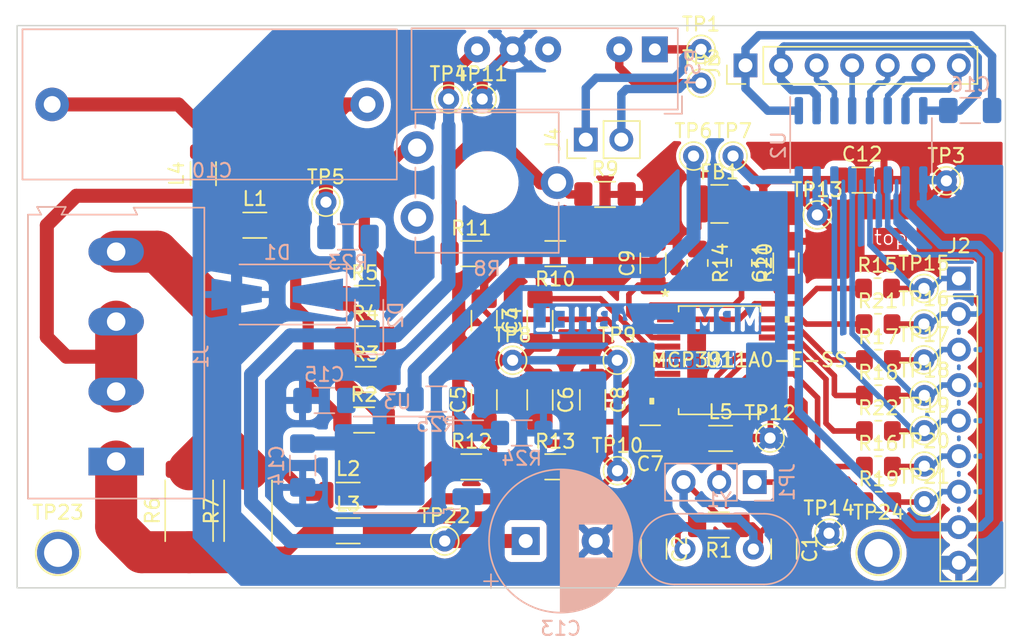
<source format=kicad_pcb>
(kicad_pcb (version 20221018) (generator pcbnew)
  (layers (0 "F.Cu" signal) (31 "B.Cu" signal) (34 "B.Paste" user) (35 "F.Paste" user) (36 "B.SilkS" user "B.Silkscreen") (37 "F.SilkS" user "F.Silkscreen") (38 "B.Mask" user) (39 "F.Mask" user) (44 "Edge.Cuts" user))
  (net 0 "")
  (net 1 "/CH0-")
  (net 2 "GNDA")
  (net 3 "/CH0+")
  (net 4 "/CH1+")
  (net 5 "/CH1-")
  (net 6 "Net-(U1-REFIN+{slash}OUT)")
  (net 7 "/OSC1")
  (net 8 "GNDD")
  (net 9 "/OSC2")
  (net 10 "/3V3A")
  (net 11 "/3V3D")
  (net 12 "Net-(J3-Pin_1)")
  (net 13 "Net-(J3-Pin_7)")
  (net 14 "Net-(C10-Pad1)")
  (net 15 "/x_cap_out")
  (net 16 "/LM317_Vin")
  (net 17 "Net-(D1-K)")
  (net 18 "Net-(FB1-Pad1)")
  (net 19 "+3.3V")
  (net 20 "HIGH_in")
  (net 21 "/~{RESET}_")
  (net 22 "/SDO_")
  (net 23 "/SDI_")
  (net 24 "/SCK_")
  (net 25 "/~{CS}_")
  (net 26 "/~{DR}_")
  (net 27 "/OSC1_ext_")
  (net 28 "Net-(J3-Pin_2)")
  (net 29 "Net-(J3-Pin_3)")
  (net 30 "Net-(J3-Pin_4)")
  (net 31 "Net-(J3-Pin_5)")
  (net 32 "Net-(J3-Pin_6)")
  (net 33 "/5V_ext")
  (net 34 "/OSC1_ext")
  (net 35 "Net-(JP1-C)")
  (net 36 "/current_pos")
  (net 37 "Net-(L1-Pad2)")
  (net 38 "/current_neg")
  (net 39 "Net-(L2-Pad2)")
  (net 40 "Net-(L3-Pad2)")
  (net 41 "/voltage_pos")
  (net 44 "/SCK")
  (net 45 "/~{DR}")
  (net 46 "/SDO")
  (net 47 "/SDI")
  (net 48 "/~{CS}")
  (net 49 "/~{RESET}")
  (net 50 "Net-(U3-ADJ)")
  (net 53 "/GND_ext")
  (net 55 "Net-(R2-Pad2)")
  (net 56 "Net-(R3-Pad2)")
  (net 57 "Net-(R4-Pad2)")
  (net 58 "Net-(R5-Pad2)")
  (footprint "Connector_PinHeader_2.54mm:PinHeader_1x09_P2.54mm_Vertical" (layer "F.Cu") (at 185.674 130.683)
    (fp_text reference "J2")
    (fp_text value "Conn_01x09")
  )
  (footprint "Via:Via_THTPad_D1.5mm_Drill0.8mm" (layer "F.Cu") (at 183.2102 141.5542)
    (fp_text reference "TP19")
    (fp_text value "TestPoint")
  )
  (footprint "Resistor_SMD:R_2512_6332Metric" (layer "F.Cu") (at 130.69 147.2875 90)
    (fp_text reference "R6")
    (fp_text value "50m")
  )
  (footprint "Resistor_SMD:R_1206_3216Metric_Pad1.30x1.75mm_HandSolder" (layer "F.Cu") (at 143.272 135)
    (fp_text reference "R4")
    (fp_text value "180k")
  )
  (footprint "Inductor_SMD:L_1206_3216Metric" (layer "F.Cu") (at 131.699 123.19 90)
    (fp_text reference "L4")
    (fp_text value "150n/300m")
  )
  (footprint "Inductor_SMD:L_1206_3216Metric" (layer "F.Cu") (at 168.656 142.113)
    (fp_text reference "L5")
    (fp_text value "150n/300m")
  )
  (footprint "Inductor_SMD:L_1206_3216Metric" (layer "F.Cu") (at 135.382 126.873)
    (fp_text reference "L1")
    (fp_text value "150n/300m")
  )
  (footprint "Via:Via_THTPad_D1.5mm_Drill0.8mm" (layer "F.Cu") (at 148.95 149.45)
    (fp_text reference "TP22")
    (fp_text value "TestPoint")
  )
  (footprint "Capacitor_SMD:C_1206_3216Metric_Pad1.33x1.80mm_HandSolder" (layer "F.Cu") (at 163.6268 142.0876 180)
    (fp_text reference "C7")
    (fp_text value "100n")
  )
  (footprint "Via:Via_THTPad_D1.5mm_Drill0.8mm" (layer "F.Cu") (at 183.2102 139.0396)
    (fp_text reference "TP18")
    (fp_text value "TestPoint")
  )
  (footprint "Inductor_SMD:L_1206_3216Metric" (layer "F.Cu") (at 142.05 146.177)
    (fp_text reference "L2")
    (fp_text value "150n/300m")
  )
  (footprint "Connector_PinHeader_2.54mm:PinHeader_1x07_P2.54mm_Vertical" (layer "F.Cu") (at 170.434 115.443 90)
    (fp_text reference "J3")
    (fp_text value "Conn_01x07")
  )
  (footprint "Resistor_SMD:R_1206_3216Metric_Pad1.30x1.75mm_HandSolder" (layer "F.Cu") (at 150.85 144.145)
    (fp_text reference "R12")
    (fp_text value "1k")
  )
  (footprint "Capacitor_SMD:C_1206_3216Metric_Pad1.33x1.80mm_HandSolder" (layer "F.Cu") (at 163.83 129.590798 90)
    (fp_text reference "C9")
    (fp_text value "100n")
  )
  (footprint "Capacitor_SMD:C_1206_3216Metric_Pad1.33x1.80mm_HandSolder" (layer "F.Cu") (at 163.884 150.0257 -90)
    (fp_text reference "C2")
    (fp_text value "18p")
  )
  (footprint "Via:Via_THTPad_D1.5mm_Drill0.8mm" (layer "F.Cu") (at 183.2102 144.0942)
    (fp_text reference "TP20")
    (fp_text value "TestPoint")
  )
  (footprint "Connector_PinHeader_2.54mm:PinHeader_1x02_P2.54mm_Vertical" (layer "F.Cu") (at 159.024 120.752 90)
    (fp_text reference "J4")
    (fp_text value "Conn_01x02")
  )
  (footprint "Inductor_SMD:L_1210_3225Metric_Pad1.42x2.65mm_HandSolder" (layer "F.Cu") (at 168.575 125.35)
    (fp_text reference "FB1")
    (fp_text value "FerriteBead")
  )
  (footprint "Capacitor_SMD:C_1206_3216Metric_Pad1.33x1.80mm_HandSolder" (layer "F.Cu") (at 155.7528 139.3575 -90)
    (fp_text reference "C6")
    (fp_text value "100n")
  )
  (footprint "Capacitor_SMD:C_1206_3216Metric_Pad1.33x1.80mm_HandSolder" (layer "F.Cu") (at 178.7652 123.6472)
    (fp_text reference "C12")
    (fp_text value "100n")
  )
  (footprint "Via:Via_THTPad_D1.5mm_Drill0.8mm" (layer "F.Cu") (at 151.625 117.85)
    (fp_text reference "TP11")
    (fp_text value "TestPoint")
  )
  (footprint "Resistor_SMD:R_0805_2012Metric_Pad1.20x1.40mm_HandSolder" (layer "F.Cu") (at 179.866108 131.3942)
    (fp_text reference "R15")
    (fp_text value "10E")
  )
  (footprint "Screwhole:Screwhole_THTPad_D3.0mm_Drill2.0mm" (layer "F.Cu") (at 121.325 150.3)
    (fp_text reference "TP23")
    (fp_text value "TestPoint")
  )
  (footprint "Resistor_SMD:R_0805_2012Metric_Pad1.20x1.40mm_HandSolder" (layer "F.Cu") (at 170.153066 129.5648 -90)
    (fp_text reference "R20")
    (fp_text value "10E")
  )
  (footprint "Resistor_SMD:R_0805_2012Metric_Pad1.20x1.40mm_HandSolder" (layer "F.Cu") (at 179.927446 136.504554)
    (fp_text reference "R17")
    (fp_text value "10E")
  )
  (footprint "Via:Via_THTPad_D1.5mm_Drill0.8mm" (layer "F.Cu") (at 175.5648 126.1364)
    (fp_text reference "TP13")
    (fp_text value "TestPoint")
  )
  (footprint "Via:Via_THTPad_D1.5mm_Drill0.8mm" (layer "F.Cu") (at 169.545 121.925)
    (fp_text reference "TP7")
    (fp_text value "TestPoint")
  )
  (footprint "Inductor_SMD:L_1206_3216Metric" (layer "F.Cu") (at 142.05 148.717)
    (fp_text reference "L3")
    (fp_text value "150n/300m")
  )
  (footprint "Resistor_SMD:R_2512_6332Metric" (layer "F.Cu") (at 134.9 147.2875 90)
    (fp_text reference "R7")
    (fp_text value "10m")
  )
  (footprint "Capacitor_SMD:C_1206_3216Metric_Pad1.33x1.80mm_HandSolder" (layer "F.Cu") (at 155.7528 133.6925 90)
    (fp_text reference "C4")
    (fp_text value "100n")
  )
  (footprint "Resistor_SMD:R_1206_3216Metric_Pad1.30x1.75mm_HandSolder" (layer "F.Cu") (at 143.23 132.1)
    (fp_text reference "R5")
    (fp_text value "180k")
  )
  (footprint "Capacitor_SMD:C_1206_3216Metric_Pad1.33x1.80mm_HandSolder" (layer "F.Cu") (at 173.3296 129.582132 90)
    (fp_text reference "C11")
    (fp_text value "100n")
  )
  (footprint "Resistor_SMD:R_0805_2012Metric_Pad1.20x1.40mm_HandSolder" (layer "F.Cu") (at 179.953446 146.664554)
    (fp_text reference "R19")
    (fp_text value "10E")
  )
  (footprint "Resistor_SMD:R_1206_3216Metric_Pad1.30x1.75mm_HandSolder" (layer "F.Cu") (at 156.845 144.145)
    (fp_text reference "R13")
    (fp_text value "1k")
  )
  (footprint "Resistor_SMD:R_0805_2012Metric_Pad1.20x1.40mm_HandSolder" (layer "F.Cu") (at 167.006533 129.573466 -90)
    (fp_text reference "R14")
    (fp_text value "10E")
  )
  (footprint "Screwhole:Screwhole_THTPad_D3.0mm_Drill2.0mm" (layer "F.Cu") (at 179.95 150.3)
    (fp_text reference "TP24")
    (fp_text value "TestPoint")
  )
  (footprint "Capacitor_SMD:C_1206_3216Metric_Pad1.33x1.80mm_HandSolder" (layer "F.Cu") (at 159.512 139.3575 -90)
    (fp_text reference "C8")
    (fp_text value "100n")
  )
  (footprint "Via:Via_THTPad_D1.5mm_Drill0.8mm" (layer "F.Cu") (at 167.259 114.3)
    (fp_text reference "TP1")
    (fp_text value "TestPoint")
  )
  (footprint "Resistor_SMD:R_1206_3216Metric_Pad1.30x1.75mm_HandSolder" (layer "F.Cu") (at 156.845 128.905 180)
    (fp_text reference "R10")
    (fp_text value "1k")
  )
  (footprint "Via:Via_THTPad_D1.5mm_Drill0.8mm" (layer "F.Cu") (at 149.225 117.85)
    (fp_text reference "TP4")
    (fp_text value "TestPoint")
  )
  (footprint "Resistor_SMD:R_1206_3216Metric_Pad1.30x1.75mm_HandSolder" (layer "F.Cu") (at 150.85 128.905)
    (fp_text reference "R11")
    (fp_text value "1k")
  )
  (footprint "Via:Via_THTPad_D1.5mm_Drill0.8mm" (layer "F.Cu") (at 183.2102 146.6342)
    (fp_text reference "TP21")
    (fp_text value "TestPoint")
  )
  (footprint "Via:Via_THTPad_D1.5mm_Drill0.8mm" (layer "F.Cu") (at 183.1848 133.9342)
    (fp_text reference "TP16")
    (fp_text value "TestPoint")
  )
  (footprint "Resistor_SMD:R_1206_3216Metric_Pad1.30x1.75mm_HandSolder" (layer "F.Cu") (at 143.314 137.9)
    (fp_text reference "R3")
    (fp_text value "150k")
  )
  (footprint "Resistor_SMD:R_0805_2012Metric_Pad1.20x1.40mm_HandSolder" (layer "F.Cu") (at 179.927446 144.124554)
    (fp_text reference "R16")
    (fp_text value "10E")
  )
  (footprint "Resistor_SMD:R_1206_3216Metric_Pad1.30x1.75mm_HandSolder" (layer "F.Cu") (at 143.188 140.8)
    (fp_text reference "R2")
    (fp_text value "150k")
  )
  (footprint "Via:Via_THTPad_D1.5mm_Drill0.8mm" (layer "F.Cu") (at 176.403 148.8948)
    (fp_text reference "TP14")
    (fp_text value "TestPoint")
  )
  (footprint "Via:Via_THTPad_D1.5mm_Drill0.8mm" (layer "F.Cu") (at 183.1848 131.3942)
    (fp_text reference "TP15")
    (fp_text value "TestPoint")
  )
  (footprint "Via:Via_THTPad_D1.5mm_Drill0.8mm" (layer "F.Cu") (at 183.1848 136.4996)
    (fp_text reference "TP17")
    (fp_text value "TestPoint")
  )
  (footprint "Via:Via_THTPad_D1.5mm_Drill0.8mm" (layer "F.Cu") (at 172.1866 142.0876)
    (fp_text reference "TP12")
    (fp_text value "TestPoint")
  )
  (footprint "Resistor_SMD:R_0805_2012Metric_Pad1.20x1.40mm_HandSolder" (layer "F.Cu") (at 179.927446 141.584554)
    (fp_text reference "R22")
    (fp_text value "10E")
  )
  (footprint "Via:Via_THTPad_D1.5mm_Drill0.8mm" (layer "F.Cu") (at 140.462 125.222)
    (fp_text reference "TP5")
    (fp_text value "TestPoint")
  )
  (footprint "Resistor_SMD:R_0805_2012Metric_Pad1.20x1.40mm_HandSolder" (layer "F.Cu") (at 179.902046 133.939154)
    (fp_text reference "R21")
    (fp_text value "10E")
  )
  (footprint "Via:Via_THTPad_D1.5mm_Drill0.8mm" (layer "F.Cu") (at 161.275 136.525)
    (fp_text reference "TP9")
    (fp_text value "TestPoint")
  )
  (footprint "Resistor_SMD:R_0805_2012Metric_Pad1.20x1.40mm_HandSolder" (layer "F.Cu") (at 179.927446 139.044554)
    (fp_text reference "R18")
    (fp_text value "10E")
  )
  (footprint "Resistor_SMD:R_1206_3216Metric_Pad1.30x1.75mm_HandSolder" (layer "F.Cu") (at 168.5284 148.2985 180)
    (fp_text reference "R1")
    (fp_text value "1.2M")
  )
  (footprint "Via:Via_THTPad_D1.5mm_Drill0.8mm" (layer "F.Cu") (at 161.29 144.4244)
    (fp_text reference "TP10")
    (fp_text value "TestPoint")
  )
  (footprint "Via:Via_THTPad_D1.5mm_Drill0.8mm" (layer "F.Cu") (at 166.725 121.925)
    (fp_text reference "TP6")
    (fp_text value "TestPoint")
  )
  (footprint "MCP3911A0-E-SS:MCP3911A0-E&slash_SS" (layer "F.Cu") (at 168.5798 136.525)
    (fp_text reference "U1")
    (fp_text value "MCP3911A0-E-SS")
  )
  (footprint "Via:Via_THTPad_D1.5mm_Drill0.8mm" (layer "F.Cu") (at 167.259 116.713)
    (fp_text reference "TP2")
    (fp_text value "TestPoint")
  )
  (footprint "Via:Via_THTPad_D1.5mm_Drill0.8mm" (layer "F.Cu") (at 153.797 136.525)
    (fp_text reference "TP8")
    (fp_text value "TestPoint")
  )
  (footprint "Resistor_SMD:R_1206_3216Metric_Pad1.30x1.75mm_HandSolder" (layer "F.Cu") (at 160.4004 124.6708)
    (fp_text reference "R9")
    (fp_text value "1k")
  )
  (footprint "Capacitor_SMD:C_1206_3216Metric_Pad1.33x1.80mm_HandSolder" (layer "F.Cu") (at 151.765 139.3575 90)
    (fp_text reference "C5")
    (fp_text value "100n")
  )
  (footprint "Via:Via_THTPad_D1.5mm_Drill0.8mm" (layer "F.Cu") (at 184.785 123.698)
    (fp_text reference "TP3")
    (fp_text value "TestPoint")
  )
  (footprint "Capacitor_SMD:C_1206_3216Metric_Pad1.33x1.80mm_HandSolder" (layer "F.Cu") (at 151.765 133.6925 -90)
    (fp_text reference "C3")
    (fp_text value "100n")
  )
  (footprint "Capacitor_SMD:C_1206_3216Metric_Pad1.33x1.80mm_HandSolder" (layer "F.Cu") (at 173.1804 150.0257 -90)
    (fp_text reference "C1")
    (fp_text value "18p")
  )
  (footprint "Diode_SMD:D_MicroMELF_Handsoldering" (layer "B.Cu") (at 143.55 133.3 90)
    (fp_text reference "D2")
    (fp_text value "MRA4005T3G")
  )
  (footprint "Potentiometer_THT:Potentiometer_ACP_CA9-V10_Vertical_Hole" (layer "B.Cu") (at 146.972 121.3246)
    (fp_text reference "R8")
    (fp_text value "10k")
  )
  (footprint "TerminalBlock:TerminalBlock_Altech_AK300-4_P5.00mm" (layer "B.Cu") (at 125.476 143.764 90)
    (fp_text reference "J1")
    (fp_text value "Screw_Terminal_01x04")
  )
  (footprint "Converter_DCDC:Converter_DCDC_XP_POWER-IAxxxxS_THT" (layer "B.Cu") (at 163.957 114.3 90)
    (fp_text reference "PS1")
    (fp_text value "IA0505S")
  )
  (footprint "Resistor_SMD:R_1206_3216Metric_Pad1.30x1.75mm_HandSolder" (layer "B.Cu") (at 154.45 141.725)
    (fp_text reference "R24")
    (fp_text value "1k5")
  )
  (footprint "Resistor_SMD:R_1206_3216Metric_Pad1.30x1.75mm_HandSolder" (layer "B.Cu") (at 148.35 139.3)
    (fp_text reference "R25")
    (fp_text value "910")
  )
  (footprint "Capacitor_THT:CP_Radial_D10.0mm_P5.00mm" (layer "B.Cu") (at 154.732323 149.45)
    (fp_text reference "C13")
    (fp_text value "470u")
  )
  (footprint "Connector_PinHeader_2.54mm:PinHeader_1x03_P2.54mm_Vertical" (layer "B.Cu") (at 171.0944 145.2372 90)
    (fp_text reference "JP1")
    (fp_text value "Jumper_3_Open")
  )
  (footprint "Capacitor_THT:C_Rect_L26.5mm_W10.5mm_P22.50mm_MKS4" (layer "B.Cu") (at 120.904 118.237)
    (fp_text reference "C10")
    (fp_text value "820n/530")
  )
  (footprint "Resistor_SMD:R_1206_3216Metric_Pad1.30x1.75mm_HandSolder" (layer "B.Cu") (at 142.0368 127.7112)
    (fp_text reference "R23")
    (fp_text value "100E")
  )
  (footprint "Capacitor_SMD:C_1206_3216Metric_Pad1.33x1.80mm_HandSolder" (layer "B.Cu") (at 186.4868 118.6688 180)
    (fp_text reference "C16")
    (fp_text value "100n")
  )
  (footprint "Capacitor_SMD:C_1206_3216Metric_Pad1.33x1.80mm_HandSolder" (layer "B.Cu") (at 138.8 144.05 -90)
    (fp_text reference "C14")
    (fp_text value "100n")
  )
  (footprint "Capacitor_SMD:C_1206_3216Metric_Pad1.33x1.80mm_HandSolder" (layer "B.Cu") (at 140.35 139.4 180)
    (fp_text reference "C15")
    (fp_text value "10u")
  )
  (footprint "Package_TO_SOT_SMD:TO-252-2" (layer "B.Cu") (at 145.56 144 180)
    (fp_text reference "U3")
    (fp_text value "LM317_TO-252")
  )
  (footprint "Diode_SMD:D_SMA-SMB_Universal_Handsoldering" (layer "B.Cu") (at 136.9818 131.826 180)
    (fp_text reference "D1")
    (fp_text value "BZG03C15G")
  )
  (footprint "Crystal:Crystal_HC49-4H_Vertical" (layer "B.Cu") (at 170.996 150.0257 180)
    (fp_text reference "Y1")
    (fp_text value "10M")
  )
  (footprint "Package_SO:SOIC-16_3.9x9.9mm_P1.27mm" (layer "B.Cu") (at 178.689 121.158 -90)
    (fp_text reference "U2")
    (fp_text value "Si8641BA-B-IU")
  )
  (gr_rect (start 118.4 112.6) (end 189 152.8) (stroke (width 0.1)) (fill none) (layer "Edge.Cuts"))
  (gr_text "top" (at 180.8 128.35) (layer "F.Cu" knockout) (effects (font (size 1 1) (thickness 0.1)) (justify bottom)))
  (gr_text "MPM - 4BHEL" (at 163.5252 134.5438) (layer "B.Cu" knockout) (effects (font (size 1.5 1.5) (thickness 0.3) bold) (justify bottom mirror)))
  (gr_text "bottom" (at 167.2082 137.1346) (layer "B.Cu" knockout) (effects (font (size 1 1) (thickness 0.1)) (justify bottom mirror)))
  (segment (start 164.9476 136.199999) (end 163.123999 136.199999) (width 0.4) (layer "F.Cu") (net 1))
  (segment (start 152.4 128.905) (end 152.4 130.302) (width 0.6) (layer "F.Cu") (net 1))
  (segment (start 151.765 130.937) (end 151.765 132.13) (width 0.6) (layer "F.Cu") (net 1))
  (segment (start 152.4 130.302) (end 151.765 130.937) (width 0.6) (layer "F.Cu") (net 1))
  (segment (start 152.4 133.604) (end 151.765 132.969) (width 0.4) (layer "F.Cu") (net 1))
  (segment (start 160.528 133.604) (end 152.4 133.604) (width 0.4) (layer "F.Cu") (net 1))
  (segment (start 163.123999 136.199999) (end 160.528 133.604) (width 0.4) (layer "F.Cu") (net 1))
  (segment (start 151.765 132.969) (end 151.765 132.13) (width 0.4) (layer "F.Cu") (net 1))
  (segment (start 158.3696 128.8796) (end 158.395 128.905) (width 0.6) (layer "F.Cu") (net 2))
  (segment (start 161.9504 125.73) (end 161.9504 124.6708) (width 0.6) (layer "F.Cu") (net 2))
  (segment (start 164.9476 139.449998) (end 166.112002 139.449998) (width 0.4) (layer "F.Cu") (net 2))
  (segment (start 150.876 127.762) (end 151.5872 127.0508) (width 0.6) (layer "F.Cu") (net 2))
  (segment (start 158.3696 126.466) (end 161.2144 126.466) (width 0.6) (layer "F.Cu") (net 2))
  (segment (start 164.9476 139.449998) (end 164.9476 140.3604) (width 0.4) (layer "F.Cu") (net 2))
  (segment (start 150.876 130.048) (end 150.876 127.762) (width 0.6) (layer "F.Cu") (net 2))
  (segment (start 165.2016 140.6144) (end 165.1893 140.6267) (width 0.4) (layer "F.Cu") (net 2))
  (segment (start 159.512 137.795) (end 160.274 137.795) (width 0.6) (layer "F.Cu") (net 2))
  (segment (start 155.575 137.795) (end 154.305 136.525) (width 0.6) (layer "F.Cu") (net 2))
  (segment (start 166.112002 139.449998) (end 166.37 139.192) (width 0.4) (layer "F.Cu") (net 2))
  (segment (start 166.37 139.192) (end 166.37 138.43) (width 0.4) (layer "F.Cu") (net 2))
  (segment (start 150.114 134.874) (end 150.114 130.81) (width 0.6) (layer "F.Cu") (net 2))
  (segment (start 155.7528 135.255) (end 155.575 135.255) (width 0.6) (layer "F.Cu") (net 2))
  (segment (start 165.1893 140.6267) (end 165.1893 142.0876) (width 0.4) (layer "F.Cu") (net 2))
  (segment (start 157.7848 127.0508) (end 158.395 127.661) (width 0.6) (layer "F.Cu") (net 2))
  (segment (start 161.785702 128.028298) (end 163.83 128.028298) (width 0.6) (layer "F.Cu") (net 2))
  (segment (start 158.3696 126.466) (end 157.7848 127.0508) (width 0.6) (layer "F.Cu") (net 2))
  (segment (start 150.495 135.255) (end 150.114 134.874) (width 0.6) (layer "F.Cu") (net 2))
  (segment (start 164.9476 140.3604) (end 165.2016 140.6144) (width 0.4) (layer "F.Cu") (net 2))
  (segment (start 166.37 138.43) (end 166.089998 138.149998) (width 0.4) (layer "F.Cu") (net 2))
  (segment (start 151.765 135.255) (end 150.495 135.255) (width 0.6) (layer "F.Cu") (net 2))
  (segment (start 161.2144 126.466) (end 161.9504 125.73) (width 0.6) (layer "F.Cu") (net 2))
  (segment (start 166.089998 138.149998) (end 164.9476 138.149998) (width 0.4) (layer "F.Cu") (net 2))
  (segment (start 158.395 128.905) (end 160.909 128.905) (width 0.6) (layer "F.Cu") (net 2))
  (segment (start 160.274 137.795) (end 161.544 136.525) (width 0.6) (layer "F.Cu") (net 2))
  (segment (start 151.765 135.255) (end 153.035 136.525) (width 0.6) (layer "F.Cu") (net 2))
  (segment (start 160.909 128.905) (end 161.785702 128.028298) (width 0.6) (layer "F.Cu") (net 2))
  (segment (start 155.7528 137.795) (end 155.575 137.795) (width 0.6) (layer "F.Cu") (net 2))
  (segment (start 155.7528 137.795) (end 159.512 137.795) (width 0.6) (layer "F.Cu") (net 2))
  (segment (start 151.765 137.795) (end 153.035 136.525) (width 0.6) (layer "F.Cu") (net 2))
  (segment (start 150.114 130.81) (end 150.876 130.048) (width 0.6) (layer "F.Cu") (net 2))
  (segment (start 151.5872 127.0508) (end 157.7848 127.0508) (width 0.6) (layer "F.Cu") (net 2))
  (segment (start 154.305 136.525) (end 153.797 136.525) (width 0.6) (layer "F.Cu") (net 2))
  (segment (start 164.9476 141.8459) (end 165.1893 142.0876) (width 0.25) (layer "F.Cu") (net 2))
  (segment (start 153.797 136.525) (end 153.035 136.525) (width 0.6) (layer "F.Cu") (net 2))
  (segment (start 158.395 127.661) (end 158.395 128.905) (width 0.6) (layer "F.Cu") (net 2))
  (segment (start 155.575 135.255) (end 154.305 136.525) (width 0.6) (layer "F.Cu") (net 2))
  (segment (start 161.29 136.5504) (end 161.29 144.4244) (width 0.6) (layer "B.Cu") (net 2))
  (segment (start 161.2646 136.525) (end 161.29 136.5504) (width 0.6) (layer "B.Cu") (net 2))
  (segment (start 153.797 136.525) (end 161.2646 136.525) (width 0.6) (layer "B.Cu") (net 2))
  (segment (start 155.295 130.149) (end 155.7528 130.6068) (width 0.6) (layer "F.Cu") (net 3))
  (segment (start 160.07 132.13) (end 155.7528 132.13) (width 0.4) (layer "F.Cu") (net 3))
  (segment (start 163.490001 135.550001) (end 160.07 132.13) (width 0.4) (layer "F.Cu") (net 3))
  (segment (start 164.9476 135.550001) (end 163.490001 135.550001) (width 0.4) (layer "F.Cu") (net 3))
  (segment (start 155.7528 130.6068) (end 155.7528 132.13) (width 0.6) (layer "F.Cu") (net 3))
  (segment (start 155.295 128.905) (end 155.295 130.149) (width 0.6) (layer "F.Cu") (net 3))
  (segment (start 152.492 139.1) (end 151.765 139.827) (width 0.4) (layer "F.Cu") (net 4))
  (segment (start 164.9476 136.849998) (end 163.124002 136.849998) (width 0.4) (layer "F.Cu") (net 4))
  (segment (start 163.124002 136.849998) (end 160.874 139.1) (width 0.4) (layer "F.Cu") (net 4))
  (segment (start 160.874 139.1) (end 152.492 139.1) (width 0.4) (layer "F.Cu") (net 4))
  (segment (start 152.4 142.748) (end 151.765 142.113) (width 0.6) (layer "F.Cu") (net 4))
  (segment (start 151.765 139.827) (end 151.765 140.92) (width 0.4) (layer "F.Cu") (net 4))
  (segment (start 152.4 144.145) (end 152.4 142.748) (width 0.6) (layer "F.Cu") (net 4))
  (segment (start 151.765 142.113) (end 151.765 140.92) (width 0.6) (layer "F.Cu") (net 4))
  (segment (start 158.395 143.155) (end 157.734 142.494) (width 0.6) (layer "F.Cu") (net 5))
  (segment (start 155.7528 140.1572) (end 155.7528 140.92) (width 0.4) (layer "F.Cu") (net 5))
  (segment (start 156.21 139.7) (end 155.7528 140.1572) (width 0.4) (layer "F.Cu") (net 5))
  (segment (start 163.490001 137.499999) (end 161.29 139.7) (width 0.4) (layer "F.Cu") (net 5))
  (segment (start 164.9476 137.499999) (end 163.490001 137.499999) (width 0.4) (layer "F.Cu") (net 5))
  (segment (start 155.7528 142.0368) (end 155.7528 140.92) (width 0.6) (layer "F.Cu") (net 5))
  (segment (start 156.21 142.494) (end 155.7528 142.0368) (width 0.6) (layer "F.Cu") (net 5))
  (segment (start 157.734 142.494) (end 156.21 142.494) (width 0.6) (layer "F.Cu") (net 5))
  (segment (start 161.29 139.7) (end 156.21 139.7) (width 0.4) (layer "F.Cu") (net 5))
  (segment (start 158.395 144.145) (end 158.395 143.155) (width 0.6) (layer "F.Cu") (net 5))
  (segment (start 161.8488 141.6828) (end 161.086 140.92) (width 0.4) (layer "F.Cu") (net 6))
  (segment (start 164.9476 138.799999) (end 163.206001 138.799999) (width 0.4) (layer "F.Cu") (net 6))
  (segment (start 161.086 140.92) (end 159.512 140.92) (width 0.4) (layer "F.Cu") (net 6))
  (segment (start 163.206001 138.799999) (end 161.086 140.92) (width 0.4) (layer "F.Cu") (net 6))
  (segment (start 170.0784 148.2985) (end 169.1907 148.2985) (width 0.4) (layer "F.Cu") (net 7))
  (segment (start 166.3834 145.4912) (end 166.0144 145.4912) (width 0.4) (layer "F.Cu") (net 7))
  (segment (start 169.1907 148.2985) (end 166.3834 145.4912) (width 0.4) (layer "F.Cu") (net 7))
  (segment (start 170.0907 148.2862) (end 170.0784 148.2985) (width 0.4) (layer "F.Cu") (net 7))
  (segment (start 170.996 150.0257) (end 170.99765 150.0257) (width 0.4) (layer "F.Cu") (net 7))
  (segment (start 170.94805 148.3106) (end 170.12315 148.3106) (width 0.4) (layer "F.Cu") (net 7))
  (segment (start 171.49355 148.8561) (end 170.94805 148.3106) (width 0.4) (layer "F.Cu") (net 7))
  (segment (start 171.87435 148.4753) (end 173.21755 148.4753) (width 0.4) (layer "F.Cu") (net 7))
  (segment (start 171.49355 148.8561) (end 171.87435 148.4753) (width 0.4) (layer "F.Cu") (net 7))
  (segment (start 171.49355 149.5298) (end 171.49355 148.8561) (width 0.4) (layer "F.Cu") (net 7))
  (segment (start 170.99765 150.0257) (end 171.49355 149.5298) (width 0.4) (layer "F.Cu") (net 7))
  (segment (start 166.0144 145.2372) (end 166.0144 146.8374) (width 0.6) (layer "B.Cu") (net 7))
  (segment (start 169.926 147.828) (end 170.996 148.898) (width 0.6) (layer "B.Cu") (net 7))
  (segment (start 167.005 147.828) (end 169.926 147.828) (width 0.6) (layer "B.Cu") (net 7))
  (segment (start 166.0144 146.8374) (end 167.005 147.828) (width 0.6) (layer "B.Cu") (net 7))
  (segment (start 170.996 148.898) (end 170.996 150.0257) (width 0.6) (layer "B.Cu") (net 7))
  (segment (start 172.1104 142.0876) (end 170.2564 142.0876) (width 0.6) (layer "F.Cu") (net 8))
  (segment (start 183.388 126.111) (end 184.8612 124.6378) (width 0.6) (layer "F.Cu") (net 8))
  (segment (start 151.625 117.85) (end 151.625 116.472) (width 0.8) (layer "F.Cu") (net 8))
  (segment (start 163.884 151.5882) (end 173.1804 151.5882) (width 0.4) (layer "F.Cu") (net 8))
  (segment (start 170.6332 139.45) (end 170.231 139.8522) (width 0.4) (layer "F.Cu") (net 8))
  (segment (start 184.8612 124.6378) (end 184.8612 123.6472) (width 0.6) (layer "F.Cu") (net 8))
  (segment (start 184.8612 123.6472) (end 180.3277 123.6472) (width 0.6) (layer "F.Cu") (net 8))
  (segment (start 151.625 116.472) (end 153.797 114.3) (width 0.8) (layer "F.Cu") (net 8))
  (segment (start 172.212 141.986) (end 172.1104 142.0876) (width 0.4) (layer "F.Cu") (net 8))
  (segment (start 172.212 139.45) (end 172.212 141.986) (width 0.4) (layer "F.Cu") (net 8))
  (segment (start 172.212 139.45) (end 170.6332 139.45) (width 0.4) (layer "F.Cu") (net 8))
  (segment (start 175.514 126.111) (end 183.388 126.111) (width 0.6) (layer "F.Cu") (net 8))
  (segment (start 170.231 139.8522) (end 170.231 142.113) (width 0.4) (layer "F.Cu") (net 8))
  (segment (start 170.2564 142.0876) (end 170.231 142.113) (width 0.6) (layer "F.Cu") (net 8))
  (segment (start 147.747057 114.681) (end 140.335 114.681) (width 0.8) (layer "B.Cu") (net 8))
  (segment (start 174.8828 150.3172) (end 176.4 148.8) (width 1) (layer "B.Cu") (net 8))
  (segment (start 138.8 145.6125) (end 137.3375 145.6125) (width 0.4) (layer "B.Cu") (net 8))
  (segment (start 133.9088 131.999) (end 134.0818 131.826) (width 1) (layer "B.Cu") (net 8))
  (segment (start 175.514 123.633) (end 175.514 126.111) (width 0.6) (layer "B.Cu") (net 8))
  (segment (start 136.95 139.4) (end 136.6 139.75) (width 0.4) (layer "B.Cu") (net 8))
  (segment (start 136.6 144.875) (end 136.6 139.75) (width 0.4) (layer "B.Cu") (net 8))
  (segment (start 134.0818 120.9342) (end 134.0818 131.826) (width 0.8) (layer "B.Cu") (net 8))
  (segment (start 184.277 151.003) (end 185.674 151.003) (width 1) (layer "B.Cu") (net 8))
  (segment (start 174.3964 150.3172) (end 174.3964 150.3934) (width 1) (layer "B.Cu") (net 8))
  (segment (start 183.642 151.638) (end 184.277 151.003) (width 1) (layer "B.Cu") (net 8))
  (segment (start 137.3375 145.6125) (end 136.6 144.875) (width 0.4) (layer "B.Cu") (net 8))
  (segment (start 173.0248 142.0876) (end 172.1104 142.0876) (width 0.6) (layer "B.Cu") (net 8))
  (segment (start 174.3964 143.4592) (end 173.0248 142.0876) (width 0.6) (layer "B.Cu") (net 8))
  (segment (start 133.7572 132.1506) (end 134.0818 131.826) (width 1) (layer "B.Cu") (net 8))
  (segment (start 136.792 151.892) (end 133.9088 149.0088) (width 1) (layer "B.Cu") (net 8))
  (segment (start 174.3964 146.7964) (end 174.3964 143.4592) (width 0.6) (layer "B.Cu") (net 8))
  (segment (start 138.7875 139.4) (end 136.95 139.4) (width 0.4) (layer "B.Cu") (net 8))
  (segment (start 184.8612 123.6472) (end 183.1482 123.6472) (width 0.6) (layer "B.Cu") (net 8))
  (segment (start 140.335 114.681) (end 134.0818 120.9342) (width 0.8) (layer "B.Cu") (net 8))
  (segment (start 174.3964 150.3934) (end 175.641 151.638) (width 1) (layer "B.Cu") (net 8))
  (segment (start 133.9088 149.0088) (end 133.9088 131.999) (width 1) (layer "B.Cu") (net 8))
  (segment (start 183.1482 123.6472) (end 183.134 123.633) (width 0.6) (layer "B.Cu") (net 8))
  (segment (start 176.4 148.8) (end 174.3964 146.7964) (width 0.6) (layer "B.Cu") (net 8))
  (segment (start 174.3964 150.3172) (end 172.8216 151.892) (width 1) (layer "B.Cu") (net 8))
  (segment (start 172.8216 151.892) (end 136.792 151.892) (width 1) (layer "B.Cu") (net 8))
  (segment (start 174.3964 150.3172) (end 174.8828 150.3172) (width 1) (layer "B.Cu") (net 8))
  (segment (start 168.402 137.668) (end 169.869998 136.200002) (width 0.4) (layer "F.Cu") (net 9))
  (segment (start 165.608 148.844) (end 165.2272 148.4632) (width 0.4) (layer "F.Cu") (net 9))
  (segment (start 169.869998 136.200002) (end 172.212 136.200002) (width 0.4) (layer "F.Cu") (net 9))
  (segment (start 163.884 148.4632) (end 163.884 144.218) (width 0.4) (layer "F.Cu") (net 9))
  (segment (start 165.608 149.5177) (end 165.608 148.844) (width 0.4) (layer "F.Cu") (net 9))
  (segment (start 166.1535 148.2985) (end 166.9784 148.2985) (width 0.4) (layer "F.Cu") (net 9))
  (segment (start 164.5412 143.5608) (end 167.8432 143.5608) (width 0.4) (layer "F.Cu") (net 9))
  (segment (start 166.116 150.0257) (end 165.608 149.5177) (width 0.4) (layer "F.Cu") (net 9))
  (segment (start 163.884 144.218) (end 164.5412 143.5608) (width 0.4) (layer "F.Cu") (net 9))
  (segment (start 165.2272 148.4632) (end 163.884 148.4632) (width 0.4) (layer "F.Cu") (net 9))
  (segment (start 165.608 148.844) (end 166.1535 148.2985) (width 0.4) (layer "F.Cu") (net 9))
  (segment (start 168.402 143.002) (end 168.402 137.668) (width 0.4) (layer "F.Cu") (net 9))
  (segment (start 167.8432 143.5608) (end 168.402 143.002) (width 0.4) (layer "F.Cu") (net 9))
  (segment (start 162.1028 131.826) (end 162.7755 131.1533) (width 0.4) (layer "F.Cu") (net 10))
  (segment (start 163.83 131.153298) (end 166.976701 131.153298) (width 0.4) (layer "F.Cu") (net 10))
  (segment (start 164.9476 134.899999) (end 163.756198 134.899999) (width 0.4) (layer "F.Cu") (net 10))
  (segment (start 163.756198 134.899999) (end 162.1028 133.246601) (width 0.4) (layer "F.Cu") (net 10))
  (segment (start 162.1028 133.246601) (end 162.1028 131.826) (width 0.4) (layer "F.Cu") (net 10))
  (segment (start 163.829998 131.1533) (end 163.83 131.153298) (width 0.4) (layer "F.Cu") (net 10))
  (segment (start 162.7755 131.1533) (end 163.829998 131.1533) (width 0.4) (layer "F.Cu") (net 10))
  (segment (start 166.976701 131.153298) (end 167.006533 131.123466) (width 0.4) (layer "F.Cu") (net 10))
  (segment (start 170.153066 130.074934) (end 170.178592 130.074934) (width 0.6) (layer "F.Cu") (net 11))
  (segment (start 171.704 128.905) (end 171.704 124.084) (width 0.6) (layer "F.Cu") (net 11))
  (segment (start 173.3296 131.144632) (end 170.182898 131.144632) (width 0.4) (layer "F.Cu") (net 11))
  (segment (start 169.6212 132.588) (end 170.153066 132.056134) (width 0.4) (layer "F.Cu") (net 11))
  (segment (start 164.9476 134.250001) (end 163.954728 134.250001) (width 0.4) (layer "F.Cu") (net 11))
  (segment (start 163.6776 132.588) (end 169.6212 132.588) (width 0.4) (layer "F.Cu") (net 11))
  (segment (start 170.182898 131.144632) (end 170.153066 131.1148) (width 0.4) (layer "F.Cu") (net 11))
  (segment (start 172.1408 123.6472) (end 171.704 124.084) (width 0.6) (layer "F.Cu") (net 11))
  (segment (start 170.840526 129.413) (end 171.196 129.413) (width 0.6) (layer "F.Cu") (net 11))
  (segment (start 163.2712 133.566473) (end 163.2712 132.9944) (width 0.4) (layer "F.Cu") (net 11))
  (segment (start 171.704 124.084) (end 169.545 121.925) (width 0.6) (layer "F.Cu") (net 11))
  (segment (start 163.954728 134.250001) (end 163.2712 133.566473) (width 0.4) (layer "F.Cu") (net 11))
  (segment (start 177.2027 123.6472) (end 172.1408 123.6472) (width 0.6) (layer "F.Cu") (net 11))
  (segment (start 170.153066 131.1148) (end 170.153066 130.074934) (width 0.6) (layer "F.Cu") (net 11))
  (segment (start 171.196 129.413) (end 171.704 128.905) (width 0.6) (layer "F.Cu") (net 11))
  (segment (start 170.178592 130.074934) (end 170.840526 129.413) (width 0.6) (layer "F.Cu") (net 11))
  (segment (start 163.2712 132.9944) (end 163.6776 132.588) (width 0.4) (layer "F.Cu") (net 11))
  (segment (start 170.153066 132.056134) (end 170.153066 131.1148) (width 0.4) (layer "F.Cu") (net 11))
  (segment (start 170.9278 123.633) (end 174.244 123.633) (width 0.6) (layer "B.Cu") (net 11))
  (segment (start 182.499 148.463) (end 174.244 140.208) (width 0.6) (layer "B.Cu") (net 11))
  (segment (start 187.8472 147.8392) (end 187.2234 148.463) (width 0.6) (layer "B.Cu") (net 11))
  (segment (start 169.5704 121.4628) (end 169.5704 122.2756) (width 0.6) (layer "B.Cu") (net 11))
  (segment (start 181.864 125.7808) (end 184.3644 128.2812) (width 0.6) (layer "B.Cu") (net 11))
  (segment (start 169.5704 122.2756) (end 170.9278 123.633) (width 0.6) (layer "B.Cu") (net 11))
  (segment (start 174.244 140.208) (end 174.244 123.633) (width 0.6) (layer "B.Cu") (net 11))
  (segment (start 187.2234 148.463) (end 185.674 148.463) (width 0.6) (layer "B.Cu") (net 11))
  (segment (start 181.864 123.633) (end 181.864 125.7808) (width 0.6) (layer "B.Cu") (net 11))
  (segment (start 187.8472 128.996051) (end 187.8472 147.8392) (width 0.6) (layer "B.Cu") (net 11))
  (segment (start 185.674 148.463) (end 182.499 148.463) (width 0.6) (layer "B.Cu") (net 11))
  (segment (start 187.13235 128.2812) (end 187.8472 128.996051) (width 0.6) (layer "B.Cu") (net 11))
  (segment (start 184.3644 128.2812) (end 187.13235 128.2812) (width 0.6) (layer "B.Cu") (net 11))
  (segment (start 188.0493 118.6688) (end 188.0493 114.777741) (width 0.6) (layer "B.Cu") (net 12))
  (segment (start 172.023 118.683) (end 170.434 117.094) (width 0.6) (layer "B.Cu") (net 12))
  (segment (start 170.434 114.2492) (end 170.434 115.443) (width 0.6) (layer "B.Cu") (net 12))
  (segment (start 170.434 117.094) (end 170.434 115.443) (width 0.6) (layer "B.Cu") (net 12))
  (segment (start 174.244 118.683) (end 172.023 118.683) (width 0.6) (layer "B.Cu") (net 12))
  (segment (start 188.0493 114.777741) (end 186.56456 113.293) (width 0.6) (layer "B.Cu") (net 12))
  (segment (start 186.56456 113.293) (end 171.3902 113.293) (width 0.6) (layer "B.Cu") (net 12))
  (segment (start 171.3902 113.293) (end 170.434 114.2492) (width 0.6) (layer "B.Cu") (net 12))
  (segment (start 181.864 118.683) (end 181.864 117.6528) (width 0.4) (layer "B.Cu") (net 13))
  (segment (start 182.3088 117.208) (end 184.9504 117.208) (width 0.4) (layer "B.Cu") (net 13))
  (segment (start 184.9504 117.208) (end 185.674 116.4844) (width 0.4) (layer "B.Cu") (net 13))
  (segment (start 185.674 116.4844) (end 185.674 115.443) (width 0.4) (layer "B.Cu") (net 13))
  (segment (start 181.864 117.6528) (end 182.3088 117.208) (width 0.4) (layer "B.Cu") (net 13))
  (segment (start 131.699 121.615) (end 131.699 120.015) (width 1) (layer "F.Cu") (net 14))
  (segment (start 131.699 120.015) (end 129.921 118.237) (width 1) (layer "F.Cu") (net 14))
  (segment (start 129.921 118.237) (end 120.904 118.237) (width 1) (layer "F.Cu") (net 14))
  (segment (start 140.462 125.222) (end 140.462 119.6848) (width 1) (layer "F.Cu") (net 15))
  (segment (start 141.9098 118.237) (end 140.462 119.6848) (width 1) (layer "F.Cu") (net 15))
  (segment (start 141.9098 118.237) (end 143.404 118.237) (width 1) (layer "F.Cu") (net 15))
  (segment (start 143.838 118.237) (end 141.9098 118.237) (width 1) (layer "F.Cu") (net 15))
  (segment (start 140.462 125.222) (end 140.462 127.6864) (width 1) (layer "B.Cu") (net 15))
  (segment (start 140.462 127.6864) (end 140.4868 127.7112) (width 1) (layer "B.Cu") (net 15))
  (segment (start 148.95 149.45) (end 154.732323 149.45) (width 1) (layer "F.Cu") (net 16))
  (segment (start 149.225 116.332) (end 151.257 114.3) (width 0.8) (layer "F.Cu") (net 16))
  (segment (start 149.225 117.85) (end 149.225 116.332) (width 0.8) (layer "F.Cu") (net 16))
  (segment (start 149.222 131.028) (end 145.5 134.75) (width 1) (layer "B.Cu") (net 16))
  (segment (start 137.9 134.75) (end 135.1088 137.5412) (width 1) (layer "B.Cu") (net 16))
  (segment (start 135.1088 137.5412) (end 135.1088 146.6838) (width 1) (layer "B.Cu") (net 16))
  (segment (start 145.5 134.75) (end 143.55 134.75) (width 1) (layer "B.Cu") (net 16))
  (segment (start 149.222 119.772) (end 149.225 119.769) (width 0.8) (layer "B.Cu") (net 16))
  (segment (start 143.55 134.75) (end 137.9 134.75) (width 1) (layer "B.Cu") (net 16))
  (segment (start 150.6 147.825) (end 150.6 146.28) (width 1) (layer "B.Cu") (net 16))
  (segment (start 149.222 119.772) (end 149.222 131.028) (width 1) (layer "B.Cu") (net 16))
  (segment (start 135.1088 146.6838) (end 137.875 149.45) (width 1) (layer "B.Cu") (net 16))
  (segment (start 148.975 149.45) (end 150.6 147.825) (width 1) (layer "B.Cu") (net 16))
  (segment (start 149.225 119.769) (end 149.225 117.85) (width 0.8) (layer "B.Cu") (net 16))
  (segment (start 137.875 149.45) (end 148.975 149.45) (width 1) (layer "B.Cu") (net 16))
  (segment (start 143.526 131.826) (end 143.55 131.85) (width 1) (layer "B.Cu") (net 17))
  (segment (start 139.8818 131.826) (end 143.526 131.826) (width 1) (layer "B.Cu") (net 17))
  (segment (start 143.5868 131.8132) (end 143.55 131.85) (width 1) (layer "B.Cu") (net 17))
  (segment (start 143.5868 127.7112) (end 143.5868 131.8132) (width 1) (layer "B.Cu") (net 17))
  (segment (start 167.006533 128.573466) (end 167.006533 127.143467) (width 0.4) (layer "F.Cu") (net 18))
  (segment (start 167.006533 127.143467) (end 167.0875 127.0625) (width 0.4) (layer "F.Cu") (net 18))
  (segment (start 167.0875 127.0625) (end 167.0875 124.525) (width 0.4) (layer "F.Cu") (net 18))
  (segment (start 168.575 124.6) (end 169.325 125.35) (width 0.4) (layer "F.Cu") (net 19))
  (segment (start 170.0625 126.9125) (end 170.0625 124.525) (width 0.4) (layer "F.Cu") (net 19))
  (segment (start 168.2 123.275) (end 168.575 123.65) (width 0.4) (layer "F.Cu") (net 19))
  (segment (start 167.25 123.275) (end 168.2 123.275) (width 0.4) (layer "F.Cu") (net 19))
  (segment (start 170.153066 127.003066) (end 170.0625 126.9125) (width 0.4) (layer "F.Cu") (net 19))
  (segment (start 166.725 122.75) (end 167.25 123.275) (width 0.4) (layer "F.Cu") (net 19))
  (segment (start 168.575 123.65) (end 168.575 124.6) (width 0.4) (layer "F.Cu") (net 19))
  (segment (start 170.153066 128.5648) (end 170.153066 127.003066) (width 0.4) (layer "F.Cu") (net 19))
  (segment (start 166.725 121.925) (end 166.725 122.75) (width 0.4) (layer "F.Cu") (net 19))
  (segment (start 169.325 125.35) (end 170.0625 125.35) (width 0.4) (layer "F.Cu") (net 19))
  (segment (start 142.625 142.475) (end 138.8125 142.475) (width 1) (layer "B.Cu") (net 19))
  (segment (start 146.8 139.3) (end 146.8 137.2736) (width 1) (layer "B.Cu") (net 19))
  (segment (start 166.725 127.775) (end 166.725 121.925) (width 1) (layer "B.Cu") (net 19))
  (segment (start 141.9125 139.4) (end 143.55 139.4) (width 1) (layer "B.Cu") (net 19))
  (segment (start 143.55 139.4) (end 144.3 140.15) (width 1) (layer "B.Cu") (net 19))
  (segment (start 146.8 137.2736) (end 153.924 130.1496) (width 1) (layer "B.Cu") (net 19))
  (segment (start 144.3 140.15) (end 145.15 139.3) (width 1) (layer "B.Cu") (net 19))
  (segment (start 144.3 144) (end 144.3 140.15) (width 1) (layer "B.Cu") (net 19))
  (segment (start 164.3504 130.1496) (end 166.725 127.775) (width 1) (layer "B.Cu") (net 19))
  (segment (start 144.9625 142.475) (end 144.95 142.4875) (width 1) (layer "B.Cu") (net 19))
  (segment (start 145.15 139.3) (end 146.8 139.3) (width 1) (layer "B.Cu") (net 19))
  (segment (start 153.924 130.1496) (end 164.3504 130.1496) (width 1) (layer "B.Cu") (net 19))
  (segment (start 138.8125 142.475) (end 138.8 142.4875) (width 1) (layer "B.Cu") (net 19))
  (segment (start 132.715 126.873) (end 133.807 126.873) (width 1) (layer "F.Cu") (net 20))
  (segment (start 121.92 136.271) (end 125.476 136.271) (width 1) (layer "F.Cu") (net 20))
  (segment (start 122.631 124.765) (end 120.523 126.873) (width 1) (layer "F.Cu") (net 20))
  (segment (start 125.476 133.764) (end 125.476 138.764) (width 3) (layer "F.Cu") (net 20))
  (segment (start 131.699 125.857) (end 132.715 126.873) (width 1) (layer "F.Cu") (net 20))
  (segment (start 120.523 126.873) (end 120.523 134.874) (width 1) (layer "F.Cu") (net 20))
  (segment (start 131.699 124.765) (end 122.631 124.765) (width 1) (layer "F.Cu") (net 20))
  (segment (start 120.523 134.874) (end 121.92 136.271) (width 1) (layer "F.Cu") (net 20))
  (segment (start 131.699 124.765) (end 131.699 125.857) (width 1) (layer "F.Cu") (net 20))
  (segment (start 183.1594 131.3942) (end 183.1848 131.3688) (width 0.4) (layer "F.Cu") (net 21))
  (segment (start 181.416108 131.3942) (end 183.1594 131.3942) (width 0.4) (layer "F.Cu") (net 21))
  (segment (start 183.1848 131.3688) (end 182.4228 131.3688) (width 0.4) (layer "B.Cu") (net 21))
  (segment (start 183.1848 131.3688) (end 183.7182 131.3688) (width 0.4) (layer "B.Cu") (net 21))
  (segment (start 182.4228 131.3688) (end 179.324 128.27) (width 0.4) (layer "B.Cu") (net 21))
  (segment (start 179.324 128.27) (end 179.324 123.633) (width 0.4) (layer "B.Cu") (net 21))
  (segment (start 184.404 130.683) (end 185.674 130.683) (width 0.4) (layer "B.Cu") (net 21))
  (segment (start 183.7182 131.3688) (end 184.404 130.683) (width 0.4) (layer "B.Cu") (net 21))
  (segment (start 181.452046 133.939154) (end 183.113554 133.939154) (width 0.4) (layer "F.Cu") (net 22))
  (segment (start 185.674 133.223) (end 186.9694 133.223) (width 0.4) (layer "B.Cu") (net 22))
  (segment (start 187.1472 129.286) (end 186.8424 128.9812) (width 0.4) (layer "B.Cu") (net 22))
  (segment (start 182.626 128.9812) (end 180.594 126.9492) (width 0.4) (layer "B.Cu") (net 22))
  (segment (start 186.9694 133.223) (end 187.1472 133.0452) (width 0.4) (layer "B.Cu") (net 22))
  (segment (start 183.1848 133.9342) (end 183.7182 133.9342) (width 0.4) (layer "B.Cu") (net 22))
  (segment (start 187.1472 133.0452) (end 187.1472 129.286) (width 0.4) (layer "B.Cu") (net 22))
  (segment (start 184.4294 133.223) (end 185.674 133.223) (width 0.4) (layer "B.Cu") (net 22))
  (segment (start 186.8424 128.9812) (end 182.626 128.9812) (width 0.4) (layer "B.Cu") (net 22))
  (segment (start 180.594 126.9492) (end 180.594 123.633) (width 0.4) (layer "B.Cu") (net 22))
  (segment (start 183.7182 133.9342) (end 184.4294 133.223) (width 0.4) (layer "B.Cu") (net 22))
  (segment (start 181.477446 136.504554) (end 183.129046 136.504554) (width 0.4) (layer "F.Cu") (net 23))
  (segment (start 184.4802 135.763) (end 185.674 135.763) (width 0.4) (layer "B.Cu") (net 23))
  (segment (start 183.1848 136.4996) (end 183.7436 136.4996) (width 0.4) (layer "B.Cu") (net 23))
  (segment (start 183.7436 136.4996) (end 184.4802 135.763) (width 0.4) (layer "B.Cu") (net 23))
  (segment (start 181.477446 139.044554) (end 183.129046 139.044554) (width 0.4) (layer "F.Cu") (net 24))
  (segment (start 183.7436 139.0396) (end 184.4802 138.303) (width 0.4) (layer "B.Cu") (net 24))
  (segment (start 183.1848 138.9888) (end 182.4228 138.9888) (width 0.4) (layer "B.Cu") (net 24))
  (segment (start 182.4228 138.9888) (end 178.054 134.62) (width 0.4) (layer "B.Cu") (net 24))
  (segment (start 178.054 134.62) (end 178.054 123.633) (width 0.4) (layer "B.Cu") (net 24))
  (segment (start 183.2102 139.0396) (end 183.7436 139.0396) (width 0.4) (layer "B.Cu") (net 24))
  (segment (start 184.4802 138.303) (end 185.674 138.303) (width 0.4) (layer "B.Cu") (net 24))
  (segment (start 183.179846 141.584554) (end 183.1848 141.5796) (width 0.4) (layer "F.Cu") (net 25))
  (segment (start 181.477446 141.584554) (end 183.179846 141.584554) (width 0.4) (layer "F.Cu") (net 25))
  (segment (start 183.1848 141.5796) (end 182.4228 141.5796) (width 0.4) (layer "B.Cu") (net 25))
  (segment (start 176.784 135.9408) (end 176.784 123.633) (width 0.4) (layer "B.Cu") (net 25))
  (segment (start 184.4548 140.843) (end 185.674 140.843) (width 0.4) (layer "B.Cu") (net 25))
  (segment (start 183.7436 141.5542) (end 184.4548 140.843) (width 0.4) (layer "B.Cu") (net 25))
  (segment (start 182.4228 141.5796) (end 176.784 135.9408) (width 0.4) (layer "B.Cu") (net 25))
  (segment (start 183.2102 141.5542) (end 183.7436 141.5542) (width 0.4) (layer "B.Cu") (net 25))
  (segment (start 183.179846 144.124554) (end 183.1848 144.1196) (width 0.4) (layer "F.Cu") (net 26))
  (segment (start 181.477446 144.124554) (end 183.179846 144.124554) (width 0.4) (layer "F.Cu") (net 26))
  (segment (start 183.2102 144.0942) (end 183.769 144.0942) (width 0.4) (layer "B.Cu") (net 26))
  (segment (start 184.4802 143.383) (end 185.674 143.383) (width 0.4) (layer "B.Cu") (net 26))
  (segment (start 183.769 144.0942) (end 184.4802 143.383) (width 0.4) (layer "B.Cu") (net 26))
  (segment (start 183.179846 146.664554) (end 183.1848 146.6596) (width 0.4) (layer "F.Cu") (net 27))
  (segment (start 181.503446 146.664554) (end 183.179846 146.664554) (width 0.4) (layer "F.Cu") (net 27))
  (segment (start 184.4802 145.923) (end 183.769 146.6342) (width 0.4) (layer "B.Cu") (net 27))
  (segment (start 183.769 146.6342) (end 183.2102 146.6342) (width 0.4) (layer "B.Cu") (net 27))
  (segment (start 185.674 145.923) (end 184.4802 145.923) (width 0.4) (layer "B.Cu") (net 27))
  (segment (start 183.134 118.683) (end 184.9101 118.683) (width 0.6) (layer "B.Cu") (net 28))
  (segment (start 172.974 116.459) (end 173.736 117.221) (width 0.6) (layer "B.Cu") (net 28))
  (segment (start 173.181 114.093) (end 172.974 114.3) (width 0.6) (layer "B.Cu") (net 28))
  (segment (start 187.024 114.883811) (end 186.233189 114.093) (width 0.6) (layer "B.Cu") (net 28))
  (segment (start 172.974 115.443) (end 172.974 116.459) (width 0.6) (layer "B.Cu") (net 28))
  (segment (start 184.9101 118.683) (end 184.9243 118.6688) (width 0.6) (layer "B.Cu") (net 28))
  (segment (start 184.9243 118.6688) (end 185.7502 118.6688) (width 0.6) (layer "B.Cu") (net 28))
  (segment (start 175.514 117.602) (end 175.514 118.683) (width 0.6) (layer "B.Cu") (net 28))
  (segment (start 175.12 117.208) (end 175.514 117.602) (width 0.6) (layer "B.Cu") (net 28))
  (segment (start 173.736 117.221) (end 173.749 117.208) (width 0.6) (layer "B.Cu") (net 28))
  (segment (start 186.233189 114.093) (end 173.181 114.093) (width 0.6) (layer "B.Cu") (net 28))
  (segment (start 187.024 117.395) (end 187.024 114.883811) (width 0.6) (layer "B.Cu") (net 28))
  (segment (start 173.749 117.208) (end 175.12 117.208) (width 0.6) (layer "B.Cu") (net 28))
  (segment (start 172.974 114.3) (end 172.974 115.443) (width 0.6) (layer "B.Cu") (net 28))
  (segment (start 185.7502 118.6688) (end 187.024 117.395) (width 0.6) (layer "B.Cu") (net 28))
  (segment (start 175.514 116.470629) (end 175.756371 116.713) (width 0.4) (layer "B.Cu") (net 29))
  (segment (start 176.784 117.348) (end 176.784 118.683) (width 0.4) (layer "B.Cu") (net 29))
  (segment (start 176.149 116.713) (end 176.784 117.348) (width 0.4) (layer "B.Cu") (net 29))
  (segment (start 175.514 115.443) (end 175.514 116.470629) (width 0.4) (layer "B.Cu") (net 29))
  (segment (start 175.756371 116.713) (end 176.149 116.713) (width 0.4) (layer "B.Cu") (net 29))
  (segment (start 178.054 115.443) (end 178.054 118.683) (width 0.4) (layer "B.Cu") (net 30))
  (segment (start 179.324 117.348) (end 179.959 116.713) (width 0.4) (layer "B.Cu") (net 31))
  (segment (start 179.959 116.713) (end 180.34 116.713) (width 0.4) (layer "B.Cu") (net 31))
  (segment (start 180.594 116.459) (end 180.594 115.443) (width 0.4) (layer "B.Cu") (net 31))
  (segment (start 180.34 116.713) (end 180.594 116.459) (width 0.4) (layer "B.Cu") (net 31))
  (segment (start 179.324 118.683) (end 179.324 117.348) (width 0.4) (layer "B.Cu") (net 31))
  (segment (start 183.134 116.2048) (end 183.134 115.443) (width 0.4) (layer "B.Cu") (net 32))
  (segment (start 182.9308 116.408) (end 183.134 116.2048) (width 0.4) (layer "B.Cu") (net 32))
  (segment (start 180.594 117.602) (end 181.788 116.408) (width 0.4) (layer "B.Cu") (net 32))
  (segment (start 181.788 116.408) (end 182.9308 116.408) (width 0.4) (layer "B.Cu") (net 32))
  (segment (start 180.594 117.602) (end 180.594 118.683) (width 0.4) (layer "B.Cu") (net 32))
  (segment (start 167.259 114.3) (end 163.957 114.3) (width 0.6) (layer "F.Cu") (net 33))
  (segment (start 165.989 114.935) (end 166.624 114.3) (width 0.6) (layer "B.Cu") (net 33))
  (segment (start 165.989 115.697) (end 165.989 114.935) (width 0.6) (layer "B.Cu") (net 33))
  (segment (start 166.624 114.3) (end 167.259 114.3) (width 0.6) (layer "B.Cu") (net 33))
  (segment (start 165.354 116.332) (end 165.989 115.697) (width 0.6) (layer "B.Cu") (net 33))
  (segment (start 159.766 116.332) (end 165.354 116.332) (width 0.6) (layer "B.Cu") (net 33))
  (segment (start 159.024 117.074) (end 159.766 116.332) (width 0.6) (layer "B.Cu") (net 33))
  (segment (start 159.024 120.752) (end 159.024 117.074) (width 0.6) (layer "B.Cu") (net 33))
  (segment (start 171.0944 145.2372) (end 175.1584 145.2372) (width 0.4) (layer "F.Cu") (net 34))
  (segment (start 175.1584 145.2372) (end 176.585754 146.664554) (width 0.4) (layer "F.Cu") (net 34))
  (segment (start 176.585754 146.664554) (end 178.403446 146.664554) (width 0.4) (layer "F.Cu") (net 34))
  (segment (start 170.4848 144.8816) (end 171.7544 144.8816) (width 0.4) (layer "F.Cu") (net 34))
  (segment (start 169.002 137.957) (end 169.164 137.795) (width 0.4) (layer "F.Cu") (net 35))
  (segment (start 168.5544 143.698128) (end 169.002 143.250528) (width 0.4) (layer "F.Cu") (net 35))
  (segment (start 170.134399 136.850001) (end 172.212 136.850001) (width 0.4) (layer "F.Cu") (net 35))
  (segment (start 169.164 137.795) (end 170.134399 136.850001) (width 0.4) (layer "F.Cu") (net 35))
  (segment (start 169.002 143.250528) (end 169.002 137.957) (width 0.4) (layer "F.Cu") (net 35))
  (segment (start 168.5544 145.2372) (end 168.5544 143.698128) (width 0.4) (layer "F.Cu") (net 35))
  (segment (start 125.476 128.764) (end 128.414 128.764) (width 3) (layer "F.Cu") (net 36))
  (segment (start 134.9 144.325) (end 137.325 144.325) (width 0.8) (layer "F.Cu") (net 36))
  (segment (start 132.825 142.05) (end 132.825 142.19) (width 3) (layer "F.Cu") (net 36))
  (segment (start 130.225 130.575) (end 132.825 133.175) (width 3) (layer "F.Cu") (net 36))
  (segment (start 132.825 142.25) (end 134.9 144.325) (width 3) (layer "F.Cu") (net 36))
  (segment (start 139.177 146.177) (end 140.475 146.177) (width 0.8) (layer "F.Cu") (net 36))
  (segment (start 132.825 133.175) (end 132.825 139.5) (width 3) (layer "F.Cu") (net 36))
  (segment (start 132.825 139.5) (end 132.825 142.05) (width 3) (layer "F.Cu") (net 36))
  (segment (start 132.825 142.19) (end 130.69 144.325) (width 3) (layer "F.Cu") (net 36))
  (segment (start 132.825 142.05) (end 132.825 142.25) (width 3) (layer "F.Cu") (net 36))
  (segment (start 137.325 144.325) (end 139.177 146.177) (width 0.8) (layer "F.Cu") (net 36))
  (segment (start 128.414 128.764) (end 130.225 130.575) (width 3) (layer "F.Cu") (net 36))
  (segment (start 141.638 140.8) (end 139.192 138.354) (width 0.8) (layer "F.Cu") (net 37))
  (segment (start 137.795 126.873) (end 136.957 126.873) (width 0.8) (layer "F.Cu") (net 37))
  (segment (start 138.303 127.381) (end 137.795 126.873) (width 0.8) (layer "F.Cu") (net 37))
  (segment (start 138.303 132.715) (end 138.303 127.381) (width 0.8) (layer "F.Cu") (net 37))
  (segment (start 139.192 133.604) (end 138.303 132.715) (width 0.8) (layer "F.Cu") (net 37))
  (segment (start 139.192 138.354) (end 139.192 133.604) (width 0.8) (layer "F.Cu") (net 37))
  (segment (start 137.6 150.25) (end 139.133 148.717) (width 0.8) (layer "F.Cu") (net 38))
  (segment (start 134.9 150.25) (end 137.6 150.25) (width 0.8) (layer "F.Cu") (net 38))
  (segment (start 134.9 150.25) (end 130.69 150.25) (width 3) (layer "F.Cu") (net 38))
  (segment (start 125.476 148.426) (end 125.476 143.764) (width 3) (layer "F.Cu") (net 38))
  (segment (start 139.133 148.717) (end 140.475 148.717) (width 0.8) (layer "F.Cu") (net 38))
  (segment (start 130.69 150.25) (end 127.3 150.25) (width 3) (layer "F.Cu") (net 38))
  (segment (start 127.3 150.25) (end 125.476 148.426) (width 3) (layer "F.Cu") (net 38))
  (segment (start 146.05 146.177) (end 148.082 144.145) (width 0.8) (layer "F.Cu") (net 39))
  (segment (start 143.625 146.177) (end 146.05 146.177) (width 0.8) (layer "F.Cu") (net 39))
  (segment (start 148.082 144.145) (end 149.3 144.145) (width 0.8) (layer "F.Cu") (net 39))
  (segment (start 155.321 144.171) (end 155.295 144.145) (width 0.8) (layer "F.Cu") (net 40))
  (segment (start 143.625 148.717) (end 146.177 148.717) (width 0.8) (layer "F.Cu") (net 40))
  (segment (start 155.321 145.288) (end 155.321 144.171) (width 0.8) (layer "F.Cu") (net 40))
  (segment (start 154.178 146.431) (end 155.321 145.288) (width 0.8) (layer "F.Cu") (net 40))
  (segment (start 146.177 148.717) (end 148.463 146.431) (width 0.8) (layer "F.Cu") (net 40))
  (segment (start 148.463 146.431) (end 154.178 146.431) (width 0.8) (layer "F.Cu") (net 40))
  (segment (start 149.3 125.297) (end 149.222 125.219) (width 1) (layer "F.Cu") (net 41))
  (segment (start 157.8182 124.6708) (end 156.972 123.8246) (width 0.6) (layer "F.Cu") (net 41))
  (segment (start 149.3 128.905) (end 149.3 125.297) (width 1) (layer "F.Cu") (net 41))
  (segment (start 156.9716 123.825) (end 156.972 123.8246) (width 1) (layer "F.Cu") (net 41))
  (segment (start 155.829 123.792513) (end 155.829 123.825) (width 1) (layer "F.Cu") (net 41))
  (segment (start 153.111087 121.0746) (end 155.829 123.792513) (width 1) (layer "F.Cu") (net 41))
  (segment (start 155.829 123.825) (end 156.9716 123.825) (width 1) (layer "F.Cu") (net 41))
  (segment (start 149.222 122.685) (end 150.8324 121.0746) (width 1) (layer "F.Cu") (net 41))
  (segment (start 158.8504 124.6708) (end 157.8182 124.6708) (width 0.6) (layer "F.Cu") (net 41))
  (segment (start 149.222 125.219) (end 149.222 122.685) (width 1) (layer "F.Cu") (net 41))
  (segment (start 150.8324 121.0746) (end 153.111087 121.0746) (width 1) (layer "F.Cu") (net 41))
  (segment (start 178.377446 139.044554) (end 176.890554 139.044554) (width 0.4) (layer "F.Cu") (net 44))
  (segment (start 176.890554 139.044554) (end 176.784 138.938) (width 0.4) (layer "F.Cu") (net 44))
  (segment (start 176.784 137.637856) (end 176.784 138.938) (width 0.4) (layer "F.Cu") (net 44))
  (segment (start 174.046146 134.900002) (end 176.784 137.637856) (width 0.4) (layer "F.Cu") (net 44))
  (segment (start 172.212 134.900002) (end 174.046146 134.900002) (width 0.4) (layer "F.Cu") (net 44))
  (segment (start 175.584 143.0212) (end 176.687354 144.124554) (width 0.4) (layer "F.Cu") (net 45))
  (segment (start 173.872802 137.500002) (end 175.584 139.2112) (width 0.4) (layer "F.Cu") (net 45))
  (segment (start 175.584 139.2112) (end 175.584 143.0212) (width 0.4) (layer "F.Cu") (net 45))
  (segment (start 176.687354 144.124554) (end 178.377446 144.124554) (width 0.4) (layer "F.Cu") (net 45))
  (segment (start 172.212 137.500002) (end 173.872802 137.500002) (width 0.4) (layer "F.Cu") (net 45))
  (segment (start 178.352046 133.939154) (end 174.782354 133.939154) (width 0.4) (layer "F.Cu") (net 46))
  (segment (start 174.782354 133.939154) (end 174.443202 133.600002) (width 0.4) (layer "F.Cu") (net 46))
  (segment (start 172.212 133.600002) (end 174.443202 133.600002) (width 0.4) (layer "F.Cu") (net 46))
  (segment (start 172.212 134.250001) (end 174.244673 134.250001) (width 0.4) (layer "F.Cu") (net 47))
  (segment (start 176.499226 136.504554) (end 178.377446 136.504554) (width 0.4) (layer "F.Cu") (net 47))
  (segment (start 174.244673 134.250001) (end 176.499226 136.504554) (width 0.4) (layer "F.Cu") (net 47))
  (segment (start 176.738154 141.584554) (end 178.377446 141.584554) (width 0.4) (layer "F.Cu") (net 48))
  (segment (start 176.184 141.0304) (end 176.738154 141.584554) (width 0.4) (layer "F.Cu") (net 48))
  (segment (start 176.184 137.886384) (end 176.184 141.0304) (width 0.4) (layer "F.Cu") (net 48))
  (segment (start 173.847617 135.550001) (end 176.184 137.886384) (width 0.4) (layer "F.Cu") (net 48))
  (segment (start 172.212 135.550001) (end 173.847617 135.550001) (width 0.4) (layer "F.Cu") (net 48))
  (segment (start 164.9476 133.6) (end 169.9808 133.6) (width 0.4) (layer "F.Cu") (net 49))
  (segment (start 174.4472 132.4864) (end 175.5394 131.3942) (width 0.4) (layer "F.Cu") (net 49))
  (segment (start 175.5394 131.3942) (end 178.316108 131.3942) (width 0.4) (layer "F.Cu") (net 49))
  (segment (start 171.0944 132.4864) (end 174.4472 132.4864) (width 0.4) (layer "F.Cu") (net 49))
  (segment (start 169.9808 133.6) (end 171.0944 132.4864) (width 0.4) (layer "F.Cu") (net 49))
  (segment (start 149.9 140.3) (end 149.9 139.3) (width 0.6) (layer "B.Cu") (net 50))
  (segment (start 150.6 141) (end 149.9 140.3) (width 0.6) (layer "B.Cu") (net 50))
  (segment (start 150.6 141.72) (end 150.6 141) (width 0.6) (layer "B.Cu") (net 50))
  (segment (start 152.9 141.725) (end 150.605 141.725) (width 0.6) (layer "B.Cu") (net 50))
  (segment (start 150.605 141.725) (end 150.6 141.72) (width 0.6) (layer "B.Cu") (net 50))
  (segment (start 152.895 141.72) (end 152.9 141.725) (width 0.4) (layer "B.Cu") (net 50))
  (segment (start 167.259 116.713) (end 162.56 116.713) (width 0.6) (layer "F.Cu") (net 53))
  (segment (start 162.56 116.713) (end 161.417 115.57) (width 0.6) (layer "F.Cu") (net 53))
  (segment (start 161.417 115.57) (end 161.417 114.3) (width 0.6) (layer "F.Cu") (net 53))
  (segment (start 166.104371 116.713) (end 167.259 116.713) (width 0.6) (layer "B.Cu") (net 53))
  (segment (start 161.925 117.132) (end 165.685371 117.132) (width 0.6) (layer "B.Cu") (net 53))
  (segment (start 161.564 120.752) (end 161.564 117.493) (width 0.6) (layer "B.Cu") (net 53))
  (segment (start 165.685371 117.132) (end 166.104371 116.713) (width 0.6) (layer "B.Cu") (net 53))
  (segment (start 161.564 117.493) (end 161.925 117.132) (width 0.6) (layer "B.Cu") (net 53))
  (segment (start 144.664 140.8) (end 141.764 137.9) (width 0.8) (layer "F.Cu") (net 55))
  (segment (start 144.738 140.8) (end 144.664 140.8) (width 0.8) (layer "F.Cu") (net 55))
  (segment (start 144.622 137.9) (end 141.722 135) (width 0.8) (layer "F.Cu") (net 56))
  (segment (start 144.864 137.9) (end 144.622 137.9) (width 0.8) (layer "F.Cu") (net 56))
  (segment (start 144.58 135) (end 141.68 132.1) (width 0.8) (layer "F.Cu") (net 57))
  (segment (start 144.822 135) (end 144.58 135) (width 0.8) (layer "F.Cu") (net 57))
  (segment (start 143.2052 128.3716) (end 143.2052 124.3002) (width 0.8) (layer "F.Cu") (net 58))
  (segment (start 144.78 132.1) (end 144.78 129.9464) (width 0.8) (layer "F.Cu") (net 58))
  (segment (start 144.78 129.9464) (end 143.2052 128.3716) (width 0.8) (layer "F.Cu") (net 58))
  (segment (start 143.2052 124.3002) (end 146.1808 121.3246) (width 0.8) (layer "F.Cu") (net 58))
  (zone (net 0) (net_name "") (layer "F.Cu") (connect_pads (clearance 0)) (min_thickness 0.25)
    (keepout (tracks allowed) (vias allowed) (pads allowed) (copperpour not_allowed) (footprints allowed))
    (fill (thermal_gap 0.5) (thermal_bridge_width 0.5))
    (polygon (pts (xy 188.849 120.904) (xy 168.021 120.904) (xy 165.3 120.85) (xy 164.375 121.675) (xy 162.56 123.317) (xy 158.623 123.317) (xy 156.337 122.047) (xy 153.4668 119.1784) (xy 153.67 112.776) (xy 160.655 112.776) (xy 187.4 112.8) (xy 188.8 114.2)))
  )
  (zone (net 8) (net_name "GNDD") (layer "F.Cu") (priority 3) (connect_pads (clearance 0.5)) (min_thickness 0.25) (fill yes (thermal_gap 0.5) (thermal_bridge_width 0.5))
    (polygon (pts (xy 148.1836 145.2896) (xy 148.209 152.554) (xy 188 152.6) (xy 188.8 151.8) (xy 188.8 114.2) (xy 187.4 112.8) (xy 155.7 112.8) (xy 153.67 114.8604) (xy 153.4668 119.1784) (xy 157.607 123.317) (xy 162.56 123.317) (xy 164.375 121.675) (xy 165.3 120.85) (xy 165.95 120.875) (xy 168.148 122.9376) (xy 168.0972 146.2548) (xy 149.1488 146.2548)))
  )
  (zone (net 0) (net_name "") (layer "F.Cu") (name "1kV/mm Keepout") (connect_pads (clearance 0)) (min_thickness 0.25)
    (keepout (tracks allowed) (vias allowed) (pads allowed) (copperpour not_allowed) (footprints allowed))
    (fill (thermal_gap 0.5) (thermal_bridge_width 0.5))
    (polygon (pts (xy 148.209 142.875) (xy 149.479 142.875) (xy 149.479 130.175) (xy 148.209 130.175) (xy 148.209 127.635) (xy 144.653 124.079) (xy 144.653 116.0018) (xy 118.706 116.0018) (xy 118.706 152.654) (xy 148.209 152.654)))
  )
  (zone (net 2) (net_name "GNDA") (layer "F.Cu") (priority 2) (connect_pads (clearance 0.5)) (min_thickness 0.25) (fill yes (thermal_gap 0.5) (thermal_bridge_width 0.5))
    (polygon (pts (xy 168.0972 138.2776) (xy 168.148 123.0376) (xy 165.95 120.875) (xy 165.3 120.85) (xy 164.375 121.675) (xy 162.56 123.317) (xy 157.48 123.317) (xy 153.4668 119.2784) (xy 151.638 119.2784) (xy 148.2344 122.682) (xy 148.209 130.175) (xy 149.479 130.175) (xy 149.479 142.875) (xy 148.209 142.875) (xy 148.1836 145.3896) (xy 149.1488 146.3548) (xy 168.0972 146.3548)))
  )
  (zone (net 0) (net_name "") (layer "B.Cu") (priority 1) (connect_pads (clearance 0)) (min_thickness 0.25) (fill yes (thermal_gap 0.5) (thermal_bridge_width 0.5) (island_removal_mode 1) (island_area_min 10))
    (polygon (pts (xy 187.2234 148.4376) (xy 187.833 147.8534) (xy 187.9092 128.9812) (xy 187.2742 128.2446) (xy 184.3786 128.2192) (xy 181.9148 125.5776) (xy 181.8894 123.571) (xy 174.244 123.6218) (xy 174.1678 140.1318) (xy 182.499 148.4376)))
  )
  (zone (net 8) (net_name "GNDD") (layer "B.Cu") (priority 4) (connect_pads (clearance 0.5)) (min_thickness 0.25) (fill yes (thermal_gap 0.5) (thermal_bridge_width 0.5))
    (polygon (pts (xy 188.849 122.555) (xy 188.849 151.765) (xy 187.96 152.654) (xy 134.366 152.654) (xy 130.937 149.225) (xy 130.937 118.618) (xy 136.652 112.903) (xy 157.861 112.903) (xy 157.861 114.935) (xy 156.845 115.951) (xy 154.051 115.951) (xy 154.051 122.047) (xy 157.48 125.476) (xy 162.941 125.476) (xy 167.767 120.65) (xy 169.799 120.65) (xy 170.18 121.031) (xy 170.18 122.174) (xy 170.561 122.555)))
  )
  (zone (net 0) (net_name "") (layer "B.Cu") (name "DMZ1") (connect_pads (clearance 0)) (min_thickness 0.25)
    (keepout (tracks allowed) (vias allowed) (pads allowed) (copperpour not_allowed) (footprints allowed))
    (fill (thermal_gap 0.5) (thermal_bridge_width 0.5))
    (polygon (pts (xy 169.418 116.713) (xy 171.704 118.999) (xy 173.736 118.999) (xy 173.736 119.507) (xy 174.117 119.888) (xy 188.976 119.888) (xy 189.23 120.142) (xy 189.23 122.555) (xy 170.561 122.555) (xy 170.18 122.174) (xy 170.18 121.031) (xy 169.799 120.65) (xy 167.767 120.65) (xy 162.941 125.476) (xy 157.48 125.476) (xy 154.051 122.047) (xy 154.051 115.951) (xy 156.845 115.951) (xy 157.861 114.935) (xy 157.861 112.649) (xy 158.242 112.268) (xy 160.147 112.268) (xy 160.401 112.522) (xy 160.401 115.316) (xy 158.623 117.094) (xy 158.623 119.38) (xy 157.734 119.38) (xy 157.734 121.92) (xy 162.687 121.92) (xy 162.687 119.38) (xy 164.338 117.729) (xy 167.894 117.729) (xy 167.894 112.522) (xy 168.275 112.141) (xy 169.164 112.141) (xy 169.418 112.395)))
  )
)
</source>
